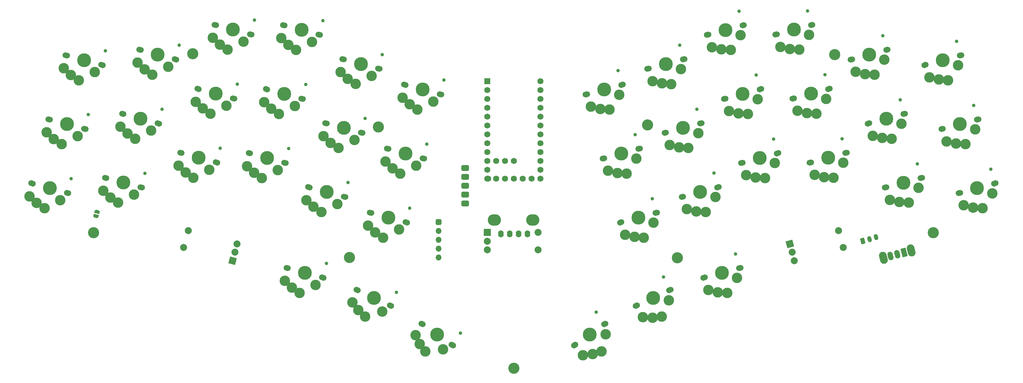
<source format=gbr>
%TF.GenerationSoftware,KiCad,Pcbnew,(6.0.0)*%
%TF.CreationDate,2022-04-21T03:32:39-07:00*%
%TF.ProjectId,ffkb,66666b62-2e6b-4696-9361-645f70636258,rev?*%
%TF.SameCoordinates,Original*%
%TF.FileFunction,Soldermask,Top*%
%TF.FilePolarity,Negative*%
%FSLAX46Y46*%
G04 Gerber Fmt 4.6, Leading zero omitted, Abs format (unit mm)*
G04 Created by KiCad (PCBNEW (6.0.0)) date 2022-04-21 03:32:39*
%MOMM*%
%LPD*%
G01*
G04 APERTURE LIST*
G04 Aperture macros list*
%AMRoundRect*
0 Rectangle with rounded corners*
0 $1 Rounding radius*
0 $2 $3 $4 $5 $6 $7 $8 $9 X,Y pos of 4 corners*
0 Add a 4 corners polygon primitive as box body*
4,1,4,$2,$3,$4,$5,$6,$7,$8,$9,$2,$3,0*
0 Add four circle primitives for the rounded corners*
1,1,$1+$1,$2,$3*
1,1,$1+$1,$4,$5*
1,1,$1+$1,$6,$7*
1,1,$1+$1,$8,$9*
0 Add four rect primitives between the rounded corners*
20,1,$1+$1,$2,$3,$4,$5,0*
20,1,$1+$1,$4,$5,$6,$7,0*
20,1,$1+$1,$6,$7,$8,$9,0*
20,1,$1+$1,$8,$9,$2,$3,0*%
%AMHorizOval*
0 Thick line with rounded ends*
0 $1 width*
0 $2 $3 position (X,Y) of the first rounded end (center of the circle)*
0 $4 $5 position (X,Y) of the second rounded end (center of the circle)*
0 Add line between two ends*
20,1,$1,$2,$3,$4,$5,0*
0 Add two circle primitives to create the rounded ends*
1,1,$1,$2,$3*
1,1,$1,$4,$5*%
%AMRotRect*
0 Rectangle, with rotation*
0 The origin of the aperture is its center*
0 $1 length*
0 $2 width*
0 $3 Rotation angle, in degrees counterclockwise*
0 Add horizontal line*
21,1,$1,$2,0,0,$3*%
%AMFreePoly0*
4,1,22,0.500000,-0.750000,0.000000,-0.750000,0.000000,-0.745033,-0.079941,-0.743568,-0.215256,-0.701293,-0.333266,-0.622738,-0.424486,-0.514219,-0.481581,-0.384460,-0.499164,-0.250000,-0.500000,-0.250000,-0.500000,0.250000,-0.499164,0.250000,-0.499963,0.256109,-0.478152,0.396186,-0.417904,0.524511,-0.324060,0.630769,-0.204165,0.706417,-0.067858,0.745374,0.000000,0.744959,0.000000,0.750000,
0.500000,0.750000,0.500000,-0.750000,0.500000,-0.750000,$1*%
%AMFreePoly1*
4,1,20,0.000000,0.744959,0.073906,0.744508,0.209726,0.703889,0.328688,0.626782,0.421226,0.519385,0.479903,0.390333,0.500000,0.250000,0.500000,-0.250000,0.499850,-0.262216,0.476331,-0.402017,0.414519,-0.529596,0.319384,-0.634700,0.198574,-0.708877,0.061801,-0.746166,0.000000,-0.745033,0.000000,-0.750000,-0.500000,-0.750000,-0.500000,0.750000,0.000000,0.750000,0.000000,0.744959,
0.000000,0.744959,$1*%
G04 Aperture macros list end*
%ADD10RoundRect,0.425000X-0.425000X-0.425000X0.425000X-0.425000X0.425000X0.425000X-0.425000X0.425000X0*%
%ADD11O,1.700000X1.700000*%
%ADD12RotRect,2.000000X2.000000X165.000000*%
%ADD13C,2.000000*%
%ADD14RotRect,2.000000X2.000000X15.000000*%
%ADD15O,1.600000X2.000000*%
%ADD16C,3.429000*%
%ADD17C,1.701800*%
%ADD18C,3.000000*%
%ADD19C,0.990600*%
%ADD20C,3.987800*%
%ADD21R,2.000000X2.000000*%
%ADD22FreePoly0,75.000000*%
%ADD23FreePoly1,75.000000*%
%ADD24R,1.752600X1.752600*%
%ADD25C,1.752600*%
%ADD26C,3.200000*%
%ADD27RoundRect,0.425000X0.675000X0.425000X-0.675000X0.425000X-0.675000X-0.425000X0.675000X-0.425000X0*%
%ADD28RoundRect,0.425000X0.675000X-0.425000X0.675000X0.425000X-0.675000X0.425000X-0.675000X-0.425000X0*%
%ADD29O,3.800000X3.300000*%
%ADD30HorizOval,2.200000X-0.168232X0.627852X0.168232X-0.627852X0*%
%ADD31RotRect,1.500000X2.500000X195.000000*%
%ADD32HorizOval,1.500000X-0.129410X0.482963X0.129410X-0.482963X0*%
%ADD33RoundRect,0.250000X-0.176312X-0.694290X0.499836X-0.513117X0.176312X0.694290X-0.499836X0.513117X0*%
%ADD34HorizOval,1.200000X-0.071175X0.265630X0.071175X-0.265630X0*%
G04 APERTURE END LIST*
D10*
%TO.C,J4*%
X112650000Y-86990000D03*
D11*
X112650000Y-89530000D03*
X112650000Y-92070000D03*
X112650000Y-94610000D03*
X112650000Y-97150000D03*
%TD*%
D12*
%TO.C,SW42*%
X53585255Y-98010424D03*
D13*
X54879350Y-93180795D03*
X54232303Y-95595610D03*
X40873426Y-89427919D03*
X39579331Y-94257548D03*
%TD*%
D14*
%TO.C,SW43*%
X213443480Y-93180544D03*
D13*
X214737575Y-98010173D03*
X214090527Y-95595359D03*
X228743499Y-94257297D03*
X227449404Y-89427668D03*
%TD*%
D15*
%TO.C,Brd1*%
X138180852Y-90353496D03*
X135640852Y-90353496D03*
X133100852Y-90353496D03*
X130560852Y-90353496D03*
%TD*%
D16*
%TO.C,SW22*%
X43882441Y-68497424D03*
D17*
X38975538Y-67182623D03*
D18*
X38082240Y-70825551D03*
D19*
X50011614Y-65791571D03*
D18*
X42342468Y-74244683D03*
D17*
X48789344Y-69812225D03*
X38569849Y-67073919D03*
D20*
X43882441Y-68497424D03*
D18*
X46905218Y-71936976D03*
D17*
X49195033Y-69920929D03*
D18*
X40114189Y-72746927D03*
%TD*%
%TO.C,SW33*%
X70607714Y-105764260D03*
D17*
X79688558Y-102938262D03*
D19*
X80505139Y-98808904D03*
D20*
X74375966Y-101514757D03*
D17*
X69469063Y-100199956D03*
D16*
X74375966Y-101514757D03*
D17*
X69063374Y-100091252D03*
D18*
X72835993Y-107262016D03*
X77398743Y-104954309D03*
X68575765Y-103842884D03*
D17*
X79282869Y-102829558D03*
%TD*%
%TO.C,SW23*%
X68841711Y-70008851D03*
D18*
X57728918Y-70913473D03*
D19*
X69658292Y-65879493D03*
D17*
X58216527Y-67161841D03*
D18*
X59760867Y-72834849D03*
X61989146Y-74332605D03*
X66551896Y-72024898D03*
D17*
X68436022Y-69900147D03*
D16*
X63529119Y-68585346D03*
D20*
X63529119Y-68585346D03*
D17*
X58622216Y-67270545D03*
%TD*%
%TO.C,SW35*%
X116457335Y-122110955D03*
X108134751Y-116283419D03*
D19*
X118981038Y-118750817D03*
D18*
X106049371Y-119401125D03*
X107301629Y-121901595D03*
X113960128Y-123463159D03*
D17*
X116801379Y-122351857D03*
D18*
X108883263Y-124071142D03*
D17*
X107790707Y-116042517D03*
D16*
X112296043Y-119197187D03*
D20*
X112296043Y-119197187D03*
%TD*%
D18*
%TO.C,SW25*%
X101315944Y-89104468D03*
D16*
X98293167Y-85664916D03*
D20*
X98293167Y-85664916D03*
D18*
X92492966Y-87993043D03*
D17*
X103200070Y-86979717D03*
D18*
X94524915Y-89914419D03*
D17*
X92980575Y-84241411D03*
D19*
X104422340Y-82959063D03*
D17*
X93386264Y-84350115D03*
X103605759Y-87088421D03*
D18*
X96753194Y-91412175D03*
%TD*%
D20*
%TO.C,SW21*%
X22294612Y-75653928D03*
D18*
X18526360Y-79903431D03*
D17*
X16982020Y-74230423D03*
D18*
X25317389Y-79093480D03*
D17*
X27607204Y-77077433D03*
D19*
X28423785Y-72948075D03*
D18*
X20754639Y-81401187D03*
X16494411Y-77982055D03*
D17*
X17387709Y-74339127D03*
D16*
X22294612Y-75653928D03*
D17*
X27201515Y-76968729D03*
%TD*%
D18*
%TO.C,SW14*%
X83965213Y-65727212D03*
D20*
X85505186Y-59979953D03*
D17*
X90817778Y-61403458D03*
D19*
X91634359Y-57274100D03*
D16*
X85505186Y-59979953D03*
D18*
X79704985Y-62308080D03*
D17*
X90412089Y-61294754D03*
D18*
X81736934Y-64229456D03*
D17*
X80598283Y-58665152D03*
X80192594Y-58556448D03*
D18*
X88527963Y-63419505D03*
%TD*%
D17*
%TO.C,SW34*%
X99094199Y-111021587D03*
X98713550Y-110844088D03*
X89505462Y-106550286D03*
D19*
X100615429Y-107096762D03*
D18*
X87993149Y-109982750D03*
X89660583Y-112227780D03*
X91594927Y-114089718D03*
D17*
X89124813Y-106372787D03*
D20*
X94109506Y-108697187D03*
D18*
X96489088Y-112609384D03*
D16*
X94109506Y-108697187D03*
%TD*%
D19*
%TO.C,SW4*%
X96551919Y-38921510D03*
D18*
X86654494Y-45876866D03*
X84622545Y-43955490D03*
D17*
X85515843Y-40312562D03*
D18*
X88882773Y-47374622D03*
D17*
X95735338Y-43050868D03*
D18*
X93445523Y-45066915D03*
D20*
X90422746Y-41627363D03*
D17*
X85110154Y-40203858D03*
D16*
X90422746Y-41627363D03*
D17*
X95329649Y-42942164D03*
%TD*%
D18*
%TO.C,SW24*%
X76819367Y-82582042D03*
D17*
X85494522Y-79647340D03*
D18*
X79047646Y-84079798D03*
X74787418Y-80660666D03*
D17*
X75275027Y-76909034D03*
X75680716Y-77017738D03*
D16*
X80587619Y-78332539D03*
D19*
X86716792Y-75626686D03*
D18*
X83610396Y-81772091D03*
D17*
X85900211Y-79756044D03*
D20*
X80587619Y-78332539D03*
%TD*%
D18*
%TO.C,SW12*%
X47260029Y-55892087D03*
D19*
X54929175Y-47438975D03*
D17*
X43487410Y-48721323D03*
D18*
X42999801Y-52472955D03*
D20*
X48800002Y-50144828D03*
D17*
X43893099Y-48830027D03*
X53706905Y-51459629D03*
D18*
X45031750Y-54394331D03*
D16*
X48800002Y-50144828D03*
D18*
X51822779Y-53584380D03*
D17*
X54112594Y-51568333D03*
%TD*%
%TO.C,SW3*%
X68457345Y-30565364D03*
D18*
X76387025Y-35319717D03*
D17*
X78676840Y-33303670D03*
D16*
X73364248Y-31880165D03*
D18*
X71824275Y-37627424D03*
X69595996Y-36129668D03*
D17*
X68051656Y-30456660D03*
X78271151Y-33194966D03*
D19*
X79493421Y-29174312D03*
D18*
X67564047Y-34208292D03*
D20*
X73364248Y-31880165D03*
%TD*%
D17*
%TO.C,SW15*%
X108523321Y-68735834D03*
D20*
X103210729Y-67312329D03*
D19*
X109339902Y-64606476D03*
D18*
X97410528Y-69640456D03*
X106233506Y-70751881D03*
D17*
X97898137Y-65888824D03*
X98303826Y-65997528D03*
D16*
X103210729Y-67312329D03*
D18*
X101670756Y-73059588D03*
D17*
X108117632Y-68627130D03*
D18*
X99442477Y-71561832D03*
%TD*%
%TO.C,SW5*%
X111151066Y-52399284D03*
X102328088Y-51287859D03*
D17*
X113035192Y-50274533D03*
D20*
X108128289Y-48959732D03*
D17*
X103221386Y-47644931D03*
X113440881Y-50383237D03*
X102815697Y-47536227D03*
D16*
X108128289Y-48959732D03*
D18*
X106588316Y-54706991D03*
X104360037Y-53209235D03*
D19*
X114257462Y-46253879D03*
%TD*%
D18*
%TO.C,SW13*%
X64678432Y-54482257D03*
D17*
X73759276Y-51656259D03*
X63134092Y-48809249D03*
D18*
X66906711Y-55980013D03*
D19*
X74575857Y-47526901D03*
D16*
X68446684Y-50232754D03*
D18*
X62646483Y-52560881D03*
D20*
X68446684Y-50232754D03*
D17*
X73353587Y-51547555D03*
X63539781Y-48917953D03*
D18*
X71469461Y-53672306D03*
%TD*%
D16*
%TO.C,SW1*%
X32129741Y-38948746D03*
D17*
X37036644Y-40263547D03*
D18*
X35152518Y-42388298D03*
X26329540Y-41276873D03*
X30589768Y-44696005D03*
D17*
X37442333Y-40372251D03*
D20*
X32129741Y-38948746D03*
D17*
X27222838Y-37633945D03*
X26817149Y-37525241D03*
D19*
X38258914Y-36242893D03*
D18*
X28361489Y-43198249D03*
%TD*%
D17*
%TO.C,SW2*%
X48810661Y-30477444D03*
D16*
X53717564Y-31792245D03*
D18*
X52177591Y-37539504D03*
X49949312Y-36041748D03*
X56740341Y-35231797D03*
D19*
X59846737Y-29086392D03*
D17*
X48404972Y-30368740D03*
D20*
X53717564Y-31792245D03*
D17*
X58624467Y-33107046D03*
X59030156Y-33215750D03*
D18*
X47917363Y-34120372D03*
%TD*%
D16*
%TO.C,SW11*%
X27212177Y-57301336D03*
D18*
X21411976Y-59629463D03*
X25672204Y-63048595D03*
X23443925Y-61550839D03*
D17*
X32524769Y-58724841D03*
D19*
X33341350Y-54595483D03*
D17*
X32119080Y-58616137D03*
D20*
X27212177Y-57301336D03*
D17*
X21899585Y-55877831D03*
X22305274Y-55986535D03*
D18*
X30234954Y-60740888D03*
%TD*%
%TO.C,SW36*%
X160608593Y-119094777D03*
X156863862Y-124817634D03*
D16*
X156030740Y-119199457D03*
D17*
X160192032Y-116285689D03*
X151869448Y-122113225D03*
D20*
X156030740Y-119199457D03*
D17*
X151525404Y-122354127D03*
D18*
X159443520Y-124073412D03*
X154085891Y-125139159D03*
D17*
X160536076Y-116044787D03*
D19*
X157897693Y-112764949D03*
%TD*%
%TO.C,SW29*%
X228399431Y-63091771D03*
D17*
X219537435Y-69814496D03*
D16*
X224444338Y-68499695D03*
D17*
X229756930Y-67076190D03*
D20*
X224444338Y-68499695D03*
D17*
X219131746Y-69923200D03*
D18*
X228781916Y-69967046D03*
X223305687Y-74063999D03*
X220585280Y-73416012D03*
D17*
X229351241Y-67184894D03*
D18*
X225984311Y-74246954D03*
%TD*%
D20*
%TO.C,SW37*%
X174217273Y-108699458D03*
D17*
X169232580Y-111023858D03*
X169613229Y-110846359D03*
X179201966Y-106375058D03*
D18*
X174062152Y-114376952D03*
X176731852Y-114091989D03*
D19*
X177173203Y-102686898D03*
D17*
X178821317Y-106552557D03*
D16*
X174217273Y-108699458D03*
D18*
X178743756Y-109391304D03*
X171270553Y-114211204D03*
%TD*%
D17*
%TO.C,SW38*%
X198857716Y-100202237D03*
X188638221Y-102940543D03*
X199263405Y-100093533D03*
D18*
X192812162Y-107081342D03*
X198288391Y-102984389D03*
X195490786Y-107264297D03*
D17*
X189043910Y-102831839D03*
D20*
X193950813Y-101517038D03*
D16*
X193950813Y-101517038D03*
D18*
X190091755Y-106433355D03*
D19*
X197905906Y-96109114D03*
%TD*%
D18*
%TO.C,SW30*%
X250369748Y-77123559D03*
D17*
X250939073Y-74341407D03*
D16*
X246032170Y-75656208D03*
D19*
X249987263Y-70248284D03*
D17*
X251344762Y-74232703D03*
X240719578Y-77079713D03*
X241125267Y-76971009D03*
D18*
X242173112Y-80572525D03*
X244893519Y-81220512D03*
D20*
X246032170Y-75656208D03*
D18*
X247572143Y-81403467D03*
%TD*%
%TO.C,SW26*%
X171573589Y-91414454D03*
D17*
X164721024Y-87090700D03*
X175346208Y-84243690D03*
X174940519Y-84352394D03*
D18*
X166174558Y-90583512D03*
D17*
X165126713Y-86981996D03*
D20*
X170033616Y-85667195D03*
D19*
X173988709Y-80259271D03*
D18*
X174371194Y-87134546D03*
X168894965Y-91231499D03*
D16*
X170033616Y-85667195D03*
%TD*%
D18*
%TO.C,SW27*%
X186600511Y-83899123D03*
X192076740Y-79802170D03*
D19*
X191694255Y-72926895D03*
D20*
X187739162Y-78334819D03*
D17*
X182426570Y-79758324D03*
X182832259Y-79649620D03*
D16*
X187739162Y-78334819D03*
D17*
X193051754Y-76911314D03*
X192646065Y-77020018D03*
D18*
X183880104Y-83251136D03*
X189279135Y-84082078D03*
%TD*%
D17*
%TO.C,SW28*%
X199485062Y-70011128D03*
D20*
X204797654Y-68587623D03*
D17*
X210110246Y-67164118D03*
D18*
X200938596Y-73503940D03*
X206337627Y-74334882D03*
D17*
X209704557Y-67272822D03*
D16*
X204797654Y-68587623D03*
D19*
X208752747Y-63179699D03*
D18*
X209135232Y-70054974D03*
X203659003Y-74151927D03*
D17*
X199890751Y-69902424D03*
%TD*%
%TO.C,SW20*%
X235802009Y-58727119D03*
X246021504Y-55988813D03*
X246427193Y-55880109D03*
D19*
X245069694Y-51895690D03*
D18*
X237255543Y-62219931D03*
D16*
X241114601Y-57303614D03*
D18*
X242654574Y-63050873D03*
D17*
X236207698Y-58618415D03*
D18*
X245452179Y-58770965D03*
X239975950Y-62867918D03*
D20*
X241114601Y-57303614D03*
%TD*%
D18*
%TO.C,SW7*%
X174044982Y-46545957D03*
D17*
X183216632Y-40206135D03*
D19*
X181859133Y-36221716D03*
D16*
X177904040Y-41629640D03*
D18*
X179444013Y-47376899D03*
X176765389Y-47193944D03*
D17*
X172591448Y-43053145D03*
X182810943Y-40314839D03*
D18*
X182241618Y-43096991D03*
D17*
X172997137Y-42944441D03*
D20*
X177904040Y-41629640D03*
%TD*%
D17*
%TO.C,SW9*%
X209702313Y-33109316D03*
X219516119Y-30479714D03*
D18*
X213470565Y-37358819D03*
X216149189Y-37541774D03*
D20*
X214609216Y-31794515D03*
D17*
X219921808Y-30371010D03*
D19*
X218564309Y-26386591D03*
D18*
X218946794Y-33261866D03*
X210750158Y-36710832D03*
D17*
X209296624Y-33218020D03*
D16*
X214609216Y-31794515D03*
%TD*%
D20*
%TO.C,SW8*%
X194962528Y-31882449D03*
D18*
X196502501Y-37629708D03*
D17*
X200275120Y-30458944D03*
D18*
X199300106Y-33349800D03*
D16*
X194962528Y-31882449D03*
D17*
X199869431Y-30567648D03*
D18*
X193823877Y-37446753D03*
D17*
X190055625Y-33197250D03*
D18*
X191103470Y-36798766D03*
D19*
X198917621Y-26474525D03*
D17*
X189649936Y-33305954D03*
%TD*%
D18*
%TO.C,SW16*%
X163977407Y-72878909D03*
D17*
X170022961Y-65999804D03*
D18*
X169453636Y-68781956D03*
D20*
X165116058Y-67314605D03*
D17*
X170428650Y-65891100D03*
X160209155Y-68629406D03*
D19*
X169071151Y-61906681D03*
D18*
X161257000Y-72230922D03*
D16*
X165116058Y-67314605D03*
D18*
X166656031Y-73061864D03*
D17*
X159803466Y-68738110D03*
%TD*%
D19*
%TO.C,SW19*%
X223481871Y-44739183D03*
D18*
X221066751Y-55894366D03*
X215667720Y-55063424D03*
D20*
X219526778Y-50147107D03*
D17*
X214619875Y-51461908D03*
X214214186Y-51570612D03*
D18*
X218388127Y-55711411D03*
D17*
X224839370Y-48723602D03*
X224433681Y-48832306D03*
D18*
X223864356Y-51614458D03*
D16*
X219526778Y-50147107D03*
%TD*%
D17*
%TO.C,SW17*%
X187728497Y-58667433D03*
X177509002Y-61405739D03*
D16*
X182821594Y-59982234D03*
D20*
X182821594Y-59982234D03*
D18*
X187159172Y-61449585D03*
D17*
X188134186Y-58558729D03*
D18*
X184361567Y-65729493D03*
X181682943Y-65546538D03*
D19*
X186776687Y-54574310D03*
D18*
X178962536Y-64898551D03*
D17*
X177914691Y-61297035D03*
%TD*%
D16*
%TO.C,SW18*%
X199880092Y-50235037D03*
D17*
X194973189Y-51549838D03*
D18*
X198741441Y-55799341D03*
D19*
X203835185Y-44827113D03*
D17*
X194567500Y-51658542D03*
D18*
X204217670Y-51702388D03*
X196021034Y-55151354D03*
X201420065Y-55982296D03*
D20*
X199880092Y-50235037D03*
D17*
X205192684Y-48811532D03*
X204786995Y-48920236D03*
%TD*%
D18*
%TO.C,SW10*%
X237737014Y-44698285D03*
X240534619Y-40418377D03*
D17*
X231290138Y-40265827D03*
X230884449Y-40374531D03*
X241103944Y-37636225D03*
X241509633Y-37527521D03*
D20*
X236197041Y-38951026D03*
D16*
X236197041Y-38951026D03*
D18*
X232337983Y-43867343D03*
D19*
X240152134Y-33543102D03*
D18*
X235058390Y-44515330D03*
%TD*%
D16*
%TO.C,SW6*%
X160198495Y-48962019D03*
D18*
X164536073Y-50429370D03*
D19*
X164153588Y-43554095D03*
D18*
X159059844Y-54526323D03*
D20*
X160198495Y-48962019D03*
D17*
X165105398Y-47647218D03*
X165511087Y-47538514D03*
D18*
X161738468Y-54709278D03*
D17*
X154885903Y-50385524D03*
X155291592Y-50276820D03*
D18*
X156339437Y-53878336D03*
%TD*%
%TO.C,SW31*%
X9459511Y-46281106D03*
D17*
X6092581Y-39219046D03*
D19*
X17128657Y-37827994D03*
D18*
X5199283Y-42861974D03*
D17*
X15906387Y-41848648D03*
D20*
X10999484Y-40533847D03*
D16*
X10999484Y-40533847D03*
D17*
X5686892Y-39110342D03*
X16312076Y-41957352D03*
D18*
X7231232Y-44783350D03*
X14022261Y-43973399D03*
%TD*%
D16*
%TO.C,SW32*%
X257327289Y-40536123D03*
D17*
X262639881Y-39112618D03*
D18*
X261664867Y-42003474D03*
D17*
X262234192Y-39221322D03*
X252014697Y-41959628D03*
D20*
X257327289Y-40536123D03*
D18*
X253468231Y-45452440D03*
X258867262Y-46283382D03*
D19*
X261282382Y-35128199D03*
D17*
X252420386Y-41850924D03*
D18*
X256188638Y-46100427D03*
%TD*%
D17*
%TO.C,SW39*%
X11394520Y-60309941D03*
D18*
X4541955Y-64633695D03*
X2313676Y-63135939D03*
D16*
X6081928Y-58886436D03*
D20*
X6081928Y-58886436D03*
D18*
X9104705Y-62325988D03*
D19*
X12211101Y-56180583D03*
D17*
X10988831Y-60201237D03*
D18*
X281727Y-61214563D03*
D17*
X1175025Y-57571635D03*
X769336Y-57462931D03*
%TD*%
D18*
%TO.C,SW40*%
X261106200Y-64453027D03*
X266582429Y-60356074D03*
X258385793Y-63805040D03*
D20*
X262244851Y-58888723D03*
D17*
X256932259Y-60312228D03*
X267151754Y-57573922D03*
D19*
X266199944Y-53480799D03*
D17*
X267557443Y-57465218D03*
D16*
X262244851Y-58888723D03*
D17*
X257337948Y-60203524D03*
D18*
X263784824Y-64635982D03*
%TD*%
D20*
%TO.C,SW46*%
X1164369Y-77239030D03*
D16*
X1164369Y-77239030D03*
D17*
X-3742534Y-75924229D03*
D18*
X-4635832Y-79567157D03*
X4187146Y-80678582D03*
D17*
X6071272Y-78553831D03*
D18*
X-375604Y-82986289D03*
D19*
X7293542Y-74533177D03*
D17*
X6476961Y-78662535D03*
D18*
X-2603883Y-81488533D03*
D17*
X-4148223Y-75815525D03*
%TD*%
D20*
%TO.C,SW47*%
X267162411Y-77241302D03*
D17*
X261849819Y-78664807D03*
X272069314Y-75926501D03*
D19*
X271117504Y-71833378D03*
D18*
X268702384Y-82988561D03*
X271499989Y-78708653D03*
X263303353Y-82157619D03*
X266023760Y-82805606D03*
D17*
X272475003Y-75817797D03*
X262255508Y-78556103D03*
D16*
X267162411Y-77241302D03*
%TD*%
D21*
%TO.C,SW48*%
X126698261Y-89925079D03*
D13*
X126698261Y-94925079D03*
X126698261Y-92425079D03*
X141198261Y-94925079D03*
X141198261Y-89925079D03*
%TD*%
D22*
%TO.C,JP1*%
X14367856Y-85222648D03*
D23*
X14704320Y-83966944D03*
%TD*%
D24*
%TO.C,U3*%
X126666088Y-46594796D03*
D25*
X126666088Y-49134796D03*
X126666088Y-51674796D03*
X126666088Y-54214796D03*
X126666088Y-56754796D03*
X126666088Y-59294796D03*
X126666088Y-61834796D03*
X126666088Y-64374796D03*
X126666088Y-66914796D03*
X126666088Y-69454796D03*
X126666088Y-71994796D03*
X126894688Y-74534796D03*
X141906088Y-74534796D03*
X141906088Y-71994796D03*
X141906088Y-69454796D03*
X141906088Y-66914796D03*
X141906088Y-64374796D03*
X141906088Y-61834796D03*
X141906088Y-59294796D03*
X141906088Y-56754796D03*
X141906088Y-54214796D03*
X141906088Y-51674796D03*
X141906088Y-49134796D03*
X141906088Y-46594796D03*
X129206088Y-74534796D03*
X131746088Y-74534796D03*
X134286088Y-74534796D03*
X136826088Y-74534796D03*
X139366088Y-74534796D03*
%TD*%
%TO.C,U1*%
X126676088Y-46584796D03*
X126676088Y-49124796D03*
X126676088Y-51664796D03*
X126676088Y-54204796D03*
X126676088Y-56744796D03*
X126676088Y-59284796D03*
X126676088Y-61824796D03*
X126676088Y-64364796D03*
X126676088Y-66904796D03*
X126676088Y-69444796D03*
X126676088Y-71984796D03*
X126676088Y-74524796D03*
X141916088Y-74524796D03*
X141916088Y-71984796D03*
X141916088Y-69444796D03*
X141916088Y-66904796D03*
X141916088Y-64364796D03*
X141916088Y-61824796D03*
X141916088Y-59284796D03*
X141916088Y-56744796D03*
X141916088Y-54204796D03*
X141916088Y-51664796D03*
X141916088Y-49124796D03*
X141916088Y-46584796D03*
X129216088Y-69444796D03*
X131756088Y-69444796D03*
X134296088Y-69444796D03*
%TD*%
D26*
%TO.C,*%
X42178255Y-38695085D03*
%TD*%
%TO.C,*%
X172658260Y-59115085D03*
%TD*%
%TO.C,*%
X95398258Y-59725083D03*
%TD*%
%TO.C,*%
X181178258Y-97175084D03*
%TD*%
%TO.C,*%
X13758262Y-90045087D03*
%TD*%
%TO.C,*%
X254598254Y-89985084D03*
%TD*%
%TO.C,*%
X226328259Y-38915089D03*
%TD*%
%TO.C,*%
X87138257Y-97125081D03*
%TD*%
%TO.C,*%
X134248258Y-128885089D03*
%TD*%
D27*
%TO.C,J1*%
X120336846Y-71473492D03*
D28*
X120336846Y-74013492D03*
X120336846Y-76553492D03*
X120336846Y-79093492D03*
X120336846Y-81633492D03*
D29*
X128660846Y-86353492D03*
X139660846Y-86353492D03*
%TD*%
D30*
%TO.C,SW49*%
X240299024Y-97238122D03*
X248219616Y-95115806D03*
D31*
X246191172Y-95659326D03*
D32*
X244259320Y-96176964D03*
X242327469Y-96694602D03*
%TD*%
D33*
%TO.C,J2*%
X234344218Y-92347329D03*
D34*
X236276070Y-91829691D03*
X238207921Y-91312053D03*
%TD*%
M02*

</source>
